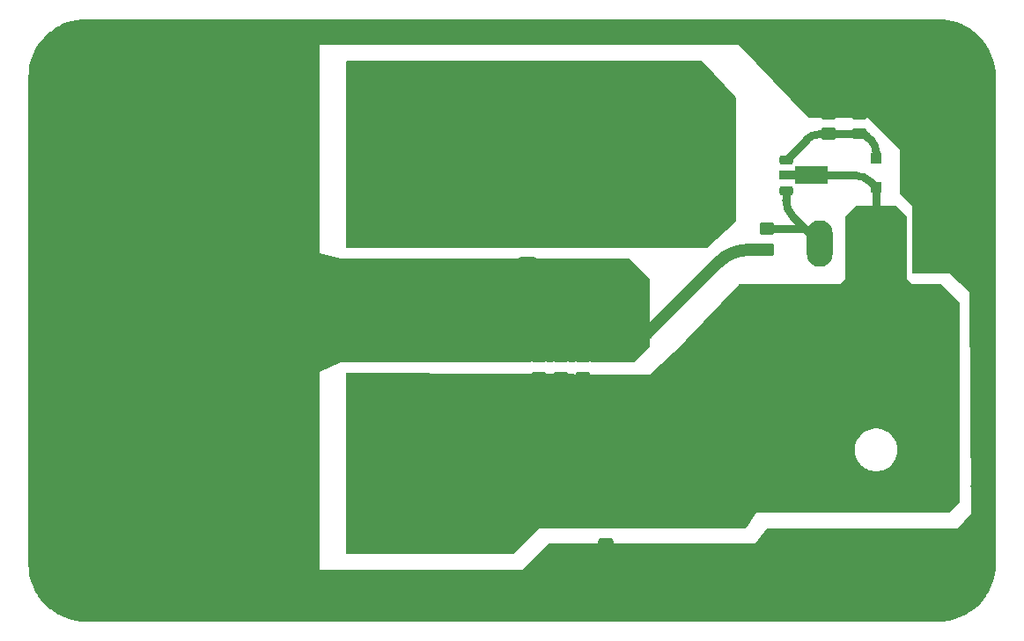
<source format=gbr>
%TF.GenerationSoftware,KiCad,Pcbnew,8.0.7-8.0.7-0~ubuntu22.04.1*%
%TF.CreationDate,2024-12-28T18:58:49+01:00*%
%TF.ProjectId,CrowBar,43726f77-4261-4722-9e6b-696361645f70,1.0A*%
%TF.SameCoordinates,Original*%
%TF.FileFunction,Copper,L1,Top*%
%TF.FilePolarity,Positive*%
%FSLAX46Y46*%
G04 Gerber Fmt 4.6, Leading zero omitted, Abs format (unit mm)*
G04 Created by KiCad (PCBNEW 8.0.7-8.0.7-0~ubuntu22.04.1) date 2024-12-28 18:58:49*
%MOMM*%
%LPD*%
G01*
G04 APERTURE LIST*
G04 Aperture macros list*
%AMRoundRect*
0 Rectangle with rounded corners*
0 $1 Rounding radius*
0 $2 $3 $4 $5 $6 $7 $8 $9 X,Y pos of 4 corners*
0 Add a 4 corners polygon primitive as box body*
4,1,4,$2,$3,$4,$5,$6,$7,$8,$9,$2,$3,0*
0 Add four circle primitives for the rounded corners*
1,1,$1+$1,$2,$3*
1,1,$1+$1,$4,$5*
1,1,$1+$1,$6,$7*
1,1,$1+$1,$8,$9*
0 Add four rect primitives between the rounded corners*
20,1,$1+$1,$2,$3,$4,$5,0*
20,1,$1+$1,$4,$5,$6,$7,0*
20,1,$1+$1,$6,$7,$8,$9,0*
20,1,$1+$1,$8,$9,$2,$3,0*%
%AMFreePoly0*
4,1,9,3.862500,-0.866500,0.737500,-0.866500,0.737500,-0.450000,-0.737500,-0.450000,-0.737500,0.450000,0.737500,0.450000,0.737500,0.866500,3.862500,0.866500,3.862500,-0.866500,3.862500,-0.866500,$1*%
G04 Aperture macros list end*
%TA.AperFunction,Conductor*%
%ADD10C,4.100000*%
%TD*%
%TA.AperFunction,SMDPad,CuDef*%
%ADD11RoundRect,0.250000X-0.625000X0.400000X-0.625000X-0.400000X0.625000X-0.400000X0.625000X0.400000X0*%
%TD*%
%TA.AperFunction,SMDPad,CuDef*%
%ADD12RoundRect,0.250000X0.450000X-0.350000X0.450000X0.350000X-0.450000X0.350000X-0.450000X-0.350000X0*%
%TD*%
%TA.AperFunction,ComponentPad*%
%ADD13C,5.000000*%
%TD*%
%TA.AperFunction,SMDPad,CuDef*%
%ADD14R,16.000000X16.000000*%
%TD*%
%TA.AperFunction,SMDPad,CuDef*%
%ADD15RoundRect,0.250000X-0.450000X0.350000X-0.450000X-0.350000X0.450000X-0.350000X0.450000X0.350000X0*%
%TD*%
%TA.AperFunction,SMDPad,CuDef*%
%ADD16RoundRect,0.250000X0.475000X-0.250000X0.475000X0.250000X-0.475000X0.250000X-0.475000X-0.250000X0*%
%TD*%
%TA.AperFunction,SMDPad,CuDef*%
%ADD17RoundRect,0.250000X-0.475000X0.250000X-0.475000X-0.250000X0.475000X-0.250000X0.475000X0.250000X0*%
%TD*%
%TA.AperFunction,SMDPad,CuDef*%
%ADD18RoundRect,0.250000X0.625000X-0.400000X0.625000X0.400000X-0.625000X0.400000X-0.625000X-0.400000X0*%
%TD*%
%TA.AperFunction,ComponentPad*%
%ADD19R,2.500000X4.500000*%
%TD*%
%TA.AperFunction,ComponentPad*%
%ADD20O,2.500000X4.500000*%
%TD*%
%TA.AperFunction,SMDPad,CuDef*%
%ADD21RoundRect,0.250000X0.300000X-0.300000X0.300000X0.300000X-0.300000X0.300000X-0.300000X-0.300000X0*%
%TD*%
%TA.AperFunction,SMDPad,CuDef*%
%ADD22RoundRect,0.225000X-0.425000X-0.225000X0.425000X-0.225000X0.425000X0.225000X-0.425000X0.225000X0*%
%TD*%
%TA.AperFunction,SMDPad,CuDef*%
%ADD23FreePoly0,0.000000*%
%TD*%
%TA.AperFunction,SMDPad,CuDef*%
%ADD24RoundRect,0.250000X-1.400000X-1.000000X1.400000X-1.000000X1.400000X1.000000X-1.400000X1.000000X0*%
%TD*%
%TA.AperFunction,ViaPad*%
%ADD25C,1.800000*%
%TD*%
%TA.AperFunction,ViaPad*%
%ADD26C,5.000000*%
%TD*%
%TA.AperFunction,Conductor*%
%ADD27C,0.800000*%
%TD*%
%TA.AperFunction,Conductor*%
%ADD28C,1.200000*%
%TD*%
%TA.AperFunction,Conductor*%
%ADD29C,0.600000*%
%TD*%
G04 APERTURE END LIST*
%TO.N,GND*%
D10*
X188050000Y-21000000D02*
G75*
G02*
X183950000Y-21000000I-2050000J0D01*
G01*
X183950000Y-21000000D02*
G75*
G02*
X188050000Y-21000000I2050000J0D01*
G01*
%TD*%
D11*
%TO.P,R4,1*%
%TO.N,Net-(J1-Pin_1)*%
X146500000Y-36950000D03*
%TO.P,R4,2*%
%TO.N,GND*%
X146500000Y-40050000D03*
%TD*%
D12*
%TO.P,R1,1*%
%TO.N,Net-(D1-A)*%
X175450000Y-27550000D03*
%TO.P,R1,2*%
%TO.N,GND*%
X175450000Y-25550000D03*
%TD*%
D13*
%TO.P,J2,1,Pin_1*%
%TO.N,GND*%
X122250000Y-25000000D03*
X111750000Y-25000000D03*
D14*
X117000000Y-30000000D03*
D13*
X122250000Y-35000000D03*
X111750000Y-35000000D03*
%TD*%
%TO.P,J1,1,Pin_1*%
%TO.N,Net-(J1-Pin_1)*%
X142250000Y-25000000D03*
X131750000Y-25000000D03*
D14*
X137000000Y-30000000D03*
D13*
X142250000Y-35000000D03*
X131750000Y-35000000D03*
%TD*%
D15*
%TO.P,R3,1*%
%TO.N,Net-(D2-G)*%
X169500000Y-36700000D03*
%TO.P,R3,2*%
%TO.N,GND*%
X169500000Y-38700000D03*
%TD*%
D16*
%TO.P,C3,1*%
%TO.N,Net-(D1-K)*%
X151800000Y-50950000D03*
%TO.P,C3,2*%
%TO.N,GND*%
X151800000Y-49050000D03*
%TD*%
D17*
%TO.P,C4,1*%
%TO.N,Net-(D1-K)*%
X154000000Y-65050000D03*
%TO.P,C4,2*%
%TO.N,GND*%
X154000000Y-66950000D03*
%TD*%
D18*
%TO.P,R2,1*%
%TO.N,Net-(D1-K)*%
X154200000Y-51500000D03*
%TO.P,R2,2*%
%TO.N,GND*%
X154200000Y-48400000D03*
%TD*%
D19*
%TO.P,D2,1,K*%
%TO.N,GND*%
X185450000Y-38110000D03*
D20*
%TO.P,D2,2,A*%
%TO.N,Net-(D1-K)*%
X180000000Y-38110000D03*
%TO.P,D2,3,G*%
%TO.N,Net-(D2-G)*%
X174550000Y-38110000D03*
%TD*%
D21*
%TO.P,D1,1,K*%
%TO.N,Net-(D1-K)*%
X180000000Y-32700000D03*
%TO.P,D1,2,A*%
%TO.N,Net-(D1-A)*%
X180000000Y-29900000D03*
%TD*%
D16*
%TO.P,C2,1*%
%TO.N,Net-(D1-K)*%
X149700000Y-50950000D03*
%TO.P,C2,2*%
%TO.N,GND*%
X149700000Y-49050000D03*
%TD*%
D22*
%TO.P,Q1,1,B*%
%TO.N,Net-(D1-A)*%
X171350000Y-30037500D03*
D23*
%TO.P,Q1,2,C*%
%TO.N,Net-(D1-K)*%
X171437500Y-31537500D03*
D22*
%TO.P,Q1,3,E*%
%TO.N,Net-(D2-G)*%
X171350000Y-33037500D03*
%TD*%
D16*
%TO.P,C5,1*%
%TO.N,Net-(D1-K)*%
X147600000Y-50950000D03*
%TO.P,C5,2*%
%TO.N,GND*%
X147600000Y-49050000D03*
%TD*%
%TO.P,C1,1*%
%TO.N,Net-(D1-A)*%
X178350000Y-27550000D03*
%TO.P,C1,2*%
%TO.N,GND*%
X178350000Y-25650000D03*
%TD*%
D13*
%TO.P,J4,1,Pin_1*%
%TO.N,GND*%
X122250000Y-55000000D03*
X111750000Y-55000000D03*
D14*
X117000000Y-60000000D03*
D13*
X122250000Y-65000000D03*
X111750000Y-65000000D03*
%TD*%
%TO.P,F1,1*%
%TO.N,Net-(D1-K)*%
X162500000Y-61450000D03*
X162500000Y-53850000D03*
%TO.P,F1,2*%
%TO.N,Net-(J1-Pin_1)*%
X162500000Y-34150000D03*
X162500000Y-26550000D03*
%TD*%
D24*
%TO.P,D3,1,A1*%
%TO.N,Net-(D1-K)*%
X149000000Y-63100000D03*
%TO.P,D3,2,A2*%
%TO.N,GND*%
X149000000Y-69900000D03*
%TD*%
D13*
%TO.P,J3,1,Pin_1*%
%TO.N,Net-(D1-K)*%
X142250000Y-55000000D03*
X131750000Y-55000000D03*
D14*
X137000000Y-60000000D03*
D13*
X142250000Y-65000000D03*
X131750000Y-65000000D03*
%TD*%
D25*
%TO.N,GND*%
X106100000Y-29363044D03*
X175250000Y-22250000D03*
X118139132Y-72950000D03*
X111300000Y-49350000D03*
X103800000Y-53086956D03*
X187300000Y-30950000D03*
X111400000Y-42058696D03*
X124500000Y-40400000D03*
X158208696Y-18000000D03*
X152500000Y-69000000D03*
X106100000Y-65819564D03*
X103800000Y-34858696D03*
X128300000Y-45745652D03*
X129208696Y-18000000D03*
X149000000Y-40500000D03*
X180082608Y-18000000D03*
X106100000Y-47591304D03*
X119300000Y-40408696D03*
X124400000Y-47691304D03*
X101200000Y-32991304D03*
X103800000Y-31213044D03*
X176436956Y-18000000D03*
X101200000Y-36636956D03*
X106100000Y-62173912D03*
X110847828Y-72950000D03*
X107202176Y-72950000D03*
X140013044Y-72950000D03*
X114493480Y-73000000D03*
X116650000Y-42058696D03*
D26*
X104000000Y-70000000D03*
D25*
X110917392Y-19150000D03*
X154000000Y-40500000D03*
X135666666Y-42100000D03*
X136500000Y-18000000D03*
X125430436Y-72950000D03*
X103800000Y-49441304D03*
X147304348Y-73050000D03*
X103800000Y-64023912D03*
X150917392Y-18000000D03*
X101200000Y-62156520D03*
X158241304Y-72950000D03*
X101200000Y-51219564D03*
X121750000Y-49341304D03*
X161886956Y-72950000D03*
X184700000Y-29000000D03*
X190000000Y-50500000D03*
X176436956Y-73000000D03*
X103800000Y-38504348D03*
X132854348Y-18000000D03*
X143708696Y-18000000D03*
X125500000Y-19150000D03*
X103900000Y-45795652D03*
X135666666Y-45745652D03*
X106100000Y-36654348D03*
X190000000Y-61436956D03*
X172791304Y-18000000D03*
X190000000Y-54145652D03*
X129076088Y-72950000D03*
X156000000Y-70500000D03*
X116650000Y-45704348D03*
X190000000Y-47500000D03*
X116550000Y-49350000D03*
X190000000Y-40208696D03*
X172791304Y-73000000D03*
X101300000Y-43928260D03*
X106100000Y-54882608D03*
X157000000Y-42000000D03*
X190000000Y-33000000D03*
X132721740Y-72950000D03*
X178250000Y-22250000D03*
X101200000Y-54865216D03*
X101300000Y-40282608D03*
X106200000Y-40300000D03*
X106100000Y-25717392D03*
X121850000Y-45695652D03*
X118208696Y-19150000D03*
X154595652Y-72950000D03*
X150950000Y-72950000D03*
X140063044Y-18000000D03*
X119300000Y-44054348D03*
X101200000Y-65802172D03*
X103800000Y-56732608D03*
X190000000Y-43854348D03*
X151500000Y-46500000D03*
X172250000Y-22250000D03*
X131983333Y-42150000D03*
X190000000Y-57791304D03*
D26*
X186000000Y-69000000D03*
D25*
X121784784Y-72950000D03*
X128300000Y-42100000D03*
X103800000Y-27567392D03*
X190000000Y-29000000D03*
X143658696Y-72950000D03*
X165500000Y-18000000D03*
X139350000Y-45795652D03*
X165532608Y-72950000D03*
X114563044Y-19200000D03*
X114050000Y-44054348D03*
X131983333Y-45795652D03*
X107271740Y-19150000D03*
D26*
X104000000Y-22000000D03*
D25*
X119200000Y-47700000D03*
X145500000Y-71000000D03*
X111400000Y-45704348D03*
X136367392Y-72950000D03*
X124500000Y-44045652D03*
X113950000Y-47700000D03*
D26*
X145000000Y-45500000D03*
X186000000Y-21000000D03*
D25*
X101200000Y-25700000D03*
X103800000Y-60378260D03*
X190000000Y-36563044D03*
X147354348Y-18000000D03*
X101200000Y-58510868D03*
X103900000Y-42150000D03*
X190000000Y-65500000D03*
X101200000Y-47573912D03*
X106100000Y-51236956D03*
X114050000Y-40408696D03*
X169145652Y-73000000D03*
X181000000Y-25500000D03*
X184700000Y-33000000D03*
X106200000Y-43945652D03*
X121850000Y-42050000D03*
X101200000Y-29345652D03*
X149000000Y-46500000D03*
X161854348Y-18000000D03*
X169145652Y-18000000D03*
X106100000Y-33008696D03*
X106100000Y-58528260D03*
X139350000Y-42150000D03*
X157000000Y-47000000D03*
X154563044Y-18000000D03*
X121854348Y-19150000D03*
X160000000Y-70500000D03*
X180082608Y-73000000D03*
%TO.N,Net-(D1-K)*%
X166500000Y-54500000D03*
X181500000Y-44500000D03*
X186500000Y-54500000D03*
X166500000Y-44500000D03*
X186500000Y-49500000D03*
X166500000Y-49500000D03*
X176500000Y-44500000D03*
X166500000Y-59500000D03*
X148500000Y-59500000D03*
X171500000Y-59500000D03*
X152500000Y-54500000D03*
X186500000Y-59500000D03*
X156500000Y-59500000D03*
X171500000Y-54500000D03*
X181500000Y-49500000D03*
X171500000Y-44500000D03*
X156500000Y-54500000D03*
X148500000Y-54500000D03*
X176500000Y-49500000D03*
X171500000Y-49500000D03*
X186500000Y-44500000D03*
X152500000Y-59500000D03*
%TD*%
D27*
%TO.N,Net-(D1-A)*%
X173267395Y-28120104D02*
X171350000Y-30037500D01*
X174643750Y-27550000D02*
X175450000Y-27550000D01*
X178625000Y-27550000D02*
X178075000Y-27550000D01*
X180000000Y-29275000D02*
X180000000Y-29900000D01*
X179558058Y-28208058D02*
X179094454Y-27744454D01*
X178075000Y-27550000D02*
X175450000Y-27550000D01*
X179558058Y-28208058D02*
G75*
G02*
X179999995Y-29275000I-1066958J-1066942D01*
G01*
X179094454Y-27744454D02*
G75*
G03*
X178625000Y-27549997I-469454J-469446D01*
G01*
X174643750Y-27550000D02*
G75*
G03*
X173267362Y-28120071I-50J-1946500D01*
G01*
D28*
%TO.N,GND*%
X157000000Y-47000000D02*
X157375000Y-47000000D01*
X167775000Y-38700000D02*
X169500000Y-38700000D01*
X158015165Y-46734834D02*
X164830240Y-39919759D01*
X167775000Y-38700000D02*
G75*
G03*
X164830244Y-39919763I0J-4164500D01*
G01*
X158015165Y-46734834D02*
G75*
G02*
X157375000Y-47000008I-640165J640134D01*
G01*
D27*
%TO.N,Net-(D1-K)*%
X180000000Y-32700000D02*
X180000000Y-38110000D01*
X178015488Y-31537500D02*
X171437500Y-31537500D01*
X180000000Y-32700000D02*
X179418750Y-32118750D01*
X179418750Y-32118750D02*
G75*
G03*
X178015488Y-31537505I-1403250J-1403250D01*
G01*
%TO.N,Net-(D2-G)*%
X174528786Y-38028786D02*
X171990815Y-35490815D01*
D29*
X174550000Y-38080000D02*
X174550000Y-38110000D01*
D27*
X171350000Y-33943750D02*
X171350000Y-33037500D01*
X169500000Y-36700000D02*
X173140000Y-36700000D01*
X171350000Y-33943750D02*
G75*
G03*
X171990786Y-35490844I2187900J-50D01*
G01*
X174528786Y-38028786D02*
G75*
G02*
X174550008Y-38080000I-51186J-51214D01*
G01*
%TD*%
%TA.AperFunction,Conductor*%
%TO.N,Net-(J1-Pin_1)*%
G36*
X163262967Y-20519685D02*
G01*
X163286792Y-20539622D01*
X163365143Y-20624000D01*
X166466866Y-23964317D01*
X166498059Y-24026838D01*
X166500000Y-24048693D01*
X166500000Y-35945146D01*
X166480315Y-36012185D01*
X166459411Y-36036899D01*
X163785472Y-38467753D01*
X163722626Y-38498283D01*
X163702061Y-38500000D01*
X129124000Y-38500000D01*
X129056961Y-38480315D01*
X129011206Y-38427511D01*
X129000000Y-38376000D01*
X129000000Y-20624000D01*
X129019685Y-20556961D01*
X129072489Y-20511206D01*
X129124000Y-20500000D01*
X163195928Y-20500000D01*
X163262967Y-20519685D01*
G37*
%TD.AperFunction*%
%TD*%
%TA.AperFunction,Conductor*%
%TO.N,GND*%
G36*
X128500000Y-39500000D02*
G01*
X156149532Y-39500000D01*
X156216571Y-39519685D01*
X156236124Y-39535243D01*
X158212592Y-41463504D01*
X158246832Y-41524409D01*
X158250000Y-41552261D01*
X158250000Y-47951041D01*
X158230315Y-48018080D01*
X158216554Y-48035752D01*
X156836843Y-49510615D01*
X156776669Y-49546125D01*
X156746070Y-49549904D01*
X152777927Y-49542893D01*
X152726865Y-49531792D01*
X152689692Y-49514907D01*
X152689672Y-49514900D01*
X152471420Y-49459905D01*
X152471413Y-49459904D01*
X152427347Y-49456436D01*
X152339217Y-49449500D01*
X152339215Y-49449500D01*
X151260791Y-49449500D01*
X151260776Y-49449501D01*
X151128586Y-49459904D01*
X151128579Y-49459905D01*
X150910327Y-49514900D01*
X150910312Y-49514905D01*
X150880710Y-49528351D01*
X150829213Y-49539450D01*
X150669727Y-49539168D01*
X150618666Y-49528068D01*
X150589687Y-49514905D01*
X150589672Y-49514900D01*
X150371420Y-49459905D01*
X150371413Y-49459904D01*
X150327347Y-49456436D01*
X150239217Y-49449500D01*
X150239215Y-49449500D01*
X149160791Y-49449500D01*
X149160776Y-49449501D01*
X149028586Y-49459904D01*
X149028579Y-49459905D01*
X148810319Y-49514902D01*
X148788847Y-49524655D01*
X148737351Y-49535754D01*
X148561526Y-49535444D01*
X148510464Y-49524343D01*
X148489681Y-49514903D01*
X148489678Y-49514902D01*
X148271420Y-49459905D01*
X148271413Y-49459904D01*
X148227347Y-49456436D01*
X148139217Y-49449500D01*
X148139215Y-49449500D01*
X147060791Y-49449500D01*
X147060776Y-49449501D01*
X146928586Y-49459904D01*
X146928579Y-49459905D01*
X146710321Y-49514902D01*
X146696983Y-49520960D01*
X146645488Y-49532058D01*
X128554818Y-49500096D01*
X128500000Y-49500000D01*
X128499999Y-49500000D01*
X128499998Y-49500000D01*
X128499997Y-49500000D01*
X126500001Y-50499998D01*
X126500000Y-50500000D01*
X126500000Y-39000000D01*
X128500000Y-39500000D01*
G37*
%TD.AperFunction*%
%TD*%
%TA.AperFunction,Conductor*%
%TO.N,GND*%
G36*
X186002562Y-16500605D02*
G01*
X186449036Y-16519072D01*
X186459209Y-16519915D01*
X186900114Y-16574873D01*
X186910194Y-16576555D01*
X187345042Y-16667733D01*
X187354950Y-16670242D01*
X187780786Y-16797019D01*
X187790454Y-16800338D01*
X188131430Y-16933388D01*
X188204339Y-16961838D01*
X188213724Y-16965954D01*
X188612869Y-17161083D01*
X188621877Y-17165958D01*
X189003544Y-17393383D01*
X189012123Y-17398989D01*
X189373693Y-17657144D01*
X189381775Y-17663435D01*
X189720796Y-17950571D01*
X189728336Y-17957512D01*
X190042487Y-18271663D01*
X190049428Y-18279203D01*
X190336564Y-18618224D01*
X190342859Y-18626312D01*
X190601010Y-18987876D01*
X190606616Y-18996455D01*
X190834041Y-19378122D01*
X190838919Y-19387136D01*
X191034045Y-19786275D01*
X191038161Y-19795660D01*
X191199656Y-20209533D01*
X191202984Y-20219226D01*
X191329753Y-20645036D01*
X191332269Y-20654971D01*
X191423441Y-21089791D01*
X191425128Y-21099900D01*
X191480082Y-21540769D01*
X191480928Y-21550983D01*
X191499394Y-21997437D01*
X191499500Y-22002561D01*
X191499500Y-68997438D01*
X191499394Y-69002562D01*
X191480928Y-69449016D01*
X191480082Y-69459230D01*
X191425128Y-69900099D01*
X191423441Y-69910208D01*
X191332269Y-70345028D01*
X191329753Y-70354963D01*
X191202984Y-70780773D01*
X191199656Y-70790466D01*
X191038161Y-71204339D01*
X191034045Y-71213724D01*
X190838919Y-71612863D01*
X190834041Y-71621877D01*
X190606616Y-72003544D01*
X190601010Y-72012123D01*
X190342859Y-72373687D01*
X190336564Y-72381775D01*
X190049428Y-72720796D01*
X190042487Y-72728336D01*
X189728336Y-73042487D01*
X189720796Y-73049428D01*
X189381775Y-73336564D01*
X189373687Y-73342859D01*
X189012123Y-73601010D01*
X189003544Y-73606616D01*
X188621877Y-73834041D01*
X188612863Y-73838919D01*
X188213724Y-74034045D01*
X188204339Y-74038161D01*
X187790466Y-74199656D01*
X187780773Y-74202984D01*
X187354963Y-74329753D01*
X187345028Y-74332269D01*
X186910208Y-74423441D01*
X186900099Y-74425128D01*
X186459230Y-74480082D01*
X186449016Y-74480928D01*
X186002563Y-74499394D01*
X185997439Y-74499500D01*
X126500000Y-74499500D01*
X126500000Y-69500000D01*
X146000000Y-69500000D01*
X148463681Y-67036319D01*
X148525004Y-67002834D01*
X148551362Y-67000000D01*
X168400000Y-67000000D01*
X169462841Y-65550671D01*
X169518359Y-65508251D01*
X169562835Y-65500000D01*
X187899999Y-65500000D01*
X187900000Y-65500000D01*
X189100000Y-64100000D01*
X189000000Y-42750000D01*
X187000000Y-41000000D01*
X186999998Y-41000000D01*
X183624000Y-41000000D01*
X183556961Y-40980315D01*
X183511206Y-40927511D01*
X183500000Y-40876000D01*
X183500000Y-34500000D01*
X183500000Y-26000000D01*
X178000000Y-19000000D01*
X166750000Y-19000000D01*
X126500000Y-19000000D01*
X126500000Y-16500500D01*
X185934108Y-16500500D01*
X185997439Y-16500500D01*
X186002562Y-16500605D01*
G37*
%TD.AperFunction*%
%TD*%
%TA.AperFunction,Conductor*%
%TO.N,GND*%
G36*
X183500000Y-26000000D02*
G01*
X183500000Y-34500000D01*
X182286319Y-33286319D01*
X182252834Y-33224996D01*
X182250000Y-33198638D01*
X182250000Y-29000000D01*
X179250000Y-26000000D01*
X173552689Y-26000000D01*
X173485650Y-25980315D01*
X173463428Y-25962073D01*
X166750000Y-19000000D01*
X178000000Y-19000000D01*
X183500000Y-26000000D01*
G37*
%TD.AperFunction*%
%TD*%
%TA.AperFunction,Conductor*%
%TO.N,GND*%
G36*
X126500000Y-74499500D02*
G01*
X104002561Y-74499500D01*
X103997437Y-74499394D01*
X103550983Y-74480928D01*
X103540769Y-74480082D01*
X103099900Y-74425128D01*
X103089791Y-74423441D01*
X102654971Y-74332269D01*
X102645036Y-74329753D01*
X102219226Y-74202984D01*
X102209533Y-74199656D01*
X101795660Y-74038161D01*
X101786275Y-74034045D01*
X101387136Y-73838919D01*
X101378122Y-73834041D01*
X100996455Y-73606616D01*
X100987876Y-73601010D01*
X100626312Y-73342859D01*
X100618224Y-73336564D01*
X100279203Y-73049428D01*
X100271663Y-73042487D01*
X99957512Y-72728336D01*
X99950571Y-72720796D01*
X99663435Y-72381775D01*
X99657140Y-72373687D01*
X99398989Y-72012123D01*
X99393383Y-72003544D01*
X99165958Y-71621877D01*
X99161080Y-71612863D01*
X98965954Y-71213724D01*
X98961838Y-71204339D01*
X98933388Y-71131430D01*
X98800338Y-70790454D01*
X98797019Y-70780786D01*
X98670242Y-70354950D01*
X98667733Y-70345042D01*
X98576555Y-69910194D01*
X98574873Y-69900114D01*
X98519915Y-69459209D01*
X98519072Y-69449036D01*
X98500606Y-69002562D01*
X98500500Y-68997438D01*
X98500500Y-22002561D01*
X98500606Y-21997437D01*
X98510560Y-21756768D01*
X98519072Y-21550961D01*
X98519915Y-21540792D01*
X98574874Y-21099881D01*
X98576554Y-21089809D01*
X98667734Y-20654951D01*
X98670241Y-20645055D01*
X98797022Y-20219205D01*
X98800336Y-20209553D01*
X98961840Y-19795654D01*
X98965954Y-19786275D01*
X99161088Y-19387120D01*
X99165949Y-19378136D01*
X99393389Y-18996445D01*
X99398982Y-18987885D01*
X99657153Y-18626294D01*
X99663422Y-18618240D01*
X99950581Y-18279191D01*
X99957500Y-18271675D01*
X100271675Y-17957500D01*
X100279191Y-17950581D01*
X100618240Y-17663422D01*
X100626294Y-17657153D01*
X100987885Y-17398982D01*
X100996445Y-17393389D01*
X101378136Y-17165949D01*
X101387120Y-17161088D01*
X101786280Y-16965951D01*
X101795654Y-16961840D01*
X102209553Y-16800336D01*
X102219205Y-16797022D01*
X102645055Y-16670241D01*
X102654951Y-16667734D01*
X103089809Y-16576554D01*
X103099881Y-16574874D01*
X103540792Y-16519915D01*
X103550961Y-16519072D01*
X103997437Y-16500605D01*
X104002561Y-16500500D01*
X126500000Y-16500500D01*
X126500000Y-74499500D01*
G37*
%TD.AperFunction*%
%TD*%
%TA.AperFunction,Conductor*%
%TO.N,Net-(D1-K)*%
G36*
X182015677Y-34519685D02*
G01*
X182036319Y-34536319D01*
X182963681Y-35463681D01*
X182997166Y-35525004D01*
X183000000Y-35551362D01*
X183000000Y-41500000D01*
X183500000Y-42000000D01*
X186198638Y-42000000D01*
X186265677Y-42019685D01*
X186286319Y-42036319D01*
X187963681Y-43713681D01*
X187997166Y-43775004D01*
X188000000Y-43801362D01*
X188000000Y-63048638D01*
X187980315Y-63115677D01*
X187963681Y-63136319D01*
X187136319Y-63963681D01*
X187074996Y-63997166D01*
X187048638Y-64000000D01*
X168500000Y-64000000D01*
X167536811Y-65444783D01*
X167483246Y-65489644D01*
X167433637Y-65500000D01*
X147599999Y-65500000D01*
X145136319Y-67963681D01*
X145074996Y-67997166D01*
X145048638Y-68000000D01*
X129124000Y-68000000D01*
X129056961Y-67980315D01*
X129011206Y-67927511D01*
X129000000Y-67876000D01*
X129000000Y-57835602D01*
X177949500Y-57835602D01*
X177949500Y-58104397D01*
X177984582Y-58370880D01*
X177984583Y-58370885D01*
X177984584Y-58370891D01*
X177984585Y-58370893D01*
X178054152Y-58630524D01*
X178157011Y-58878850D01*
X178157019Y-58878866D01*
X178237830Y-59018832D01*
X178291413Y-59111641D01*
X178291415Y-59111644D01*
X178291416Y-59111645D01*
X178455042Y-59324888D01*
X178455048Y-59324895D01*
X178645104Y-59514951D01*
X178645110Y-59514956D01*
X178858359Y-59678587D01*
X179007968Y-59764964D01*
X179091133Y-59812980D01*
X179091149Y-59812988D01*
X179246008Y-59877132D01*
X179339474Y-59915847D01*
X179599109Y-59985416D01*
X179787319Y-60010193D01*
X179865602Y-60020500D01*
X179865603Y-60020500D01*
X180134398Y-60020500D01*
X180194905Y-60012534D01*
X180400891Y-59985416D01*
X180660526Y-59915847D01*
X180847457Y-59838417D01*
X180908850Y-59812988D01*
X180908853Y-59812986D01*
X180908859Y-59812984D01*
X181141641Y-59678587D01*
X181354890Y-59514956D01*
X181544956Y-59324890D01*
X181708587Y-59111641D01*
X181842984Y-58878859D01*
X181945847Y-58630526D01*
X182015416Y-58370891D01*
X182050500Y-58104397D01*
X182050500Y-57835603D01*
X182015416Y-57569109D01*
X181945847Y-57309474D01*
X181907132Y-57216008D01*
X181842988Y-57061149D01*
X181842980Y-57061133D01*
X181794964Y-56977968D01*
X181708587Y-56828359D01*
X181544956Y-56615110D01*
X181544951Y-56615104D01*
X181354895Y-56425048D01*
X181354888Y-56425042D01*
X181141645Y-56261416D01*
X181141644Y-56261415D01*
X181141641Y-56261413D01*
X181048832Y-56207830D01*
X180908866Y-56127019D01*
X180908850Y-56127011D01*
X180660524Y-56024152D01*
X180530708Y-55989368D01*
X180400891Y-55954584D01*
X180400885Y-55954583D01*
X180400880Y-55954582D01*
X180134398Y-55919500D01*
X180134397Y-55919500D01*
X179865603Y-55919500D01*
X179865602Y-55919500D01*
X179599119Y-55954582D01*
X179599112Y-55954583D01*
X179599109Y-55954584D01*
X179544239Y-55969286D01*
X179339475Y-56024152D01*
X179091149Y-56127011D01*
X179091133Y-56127019D01*
X178858354Y-56261416D01*
X178645111Y-56425042D01*
X178645104Y-56425048D01*
X178455048Y-56615104D01*
X178455042Y-56615111D01*
X178291416Y-56828354D01*
X178157019Y-57061133D01*
X178157011Y-57061149D01*
X178054152Y-57309475D01*
X177984585Y-57569106D01*
X177984582Y-57569119D01*
X177949500Y-57835602D01*
X129000000Y-57835602D01*
X129000000Y-50630602D01*
X129019685Y-50563563D01*
X129072489Y-50517808D01*
X129124214Y-50506602D01*
X130256085Y-50508602D01*
X158018546Y-50698757D01*
X158199999Y-50700000D01*
X158200000Y-50700000D01*
X158200001Y-50700000D01*
X160499986Y-48600013D01*
X160499989Y-48600009D01*
X160500000Y-48600000D01*
X161700000Y-47400000D01*
X166763300Y-42038859D01*
X166823642Y-42003636D01*
X166853450Y-42000000D01*
X176500000Y-42000000D01*
X177000000Y-41500000D01*
X177000000Y-35551362D01*
X177019685Y-35484323D01*
X177036319Y-35463681D01*
X177963681Y-34536319D01*
X178025004Y-34502834D01*
X178051362Y-34500000D01*
X181948638Y-34500000D01*
X182015677Y-34519685D01*
G37*
%TD.AperFunction*%
%TD*%
M02*

</source>
